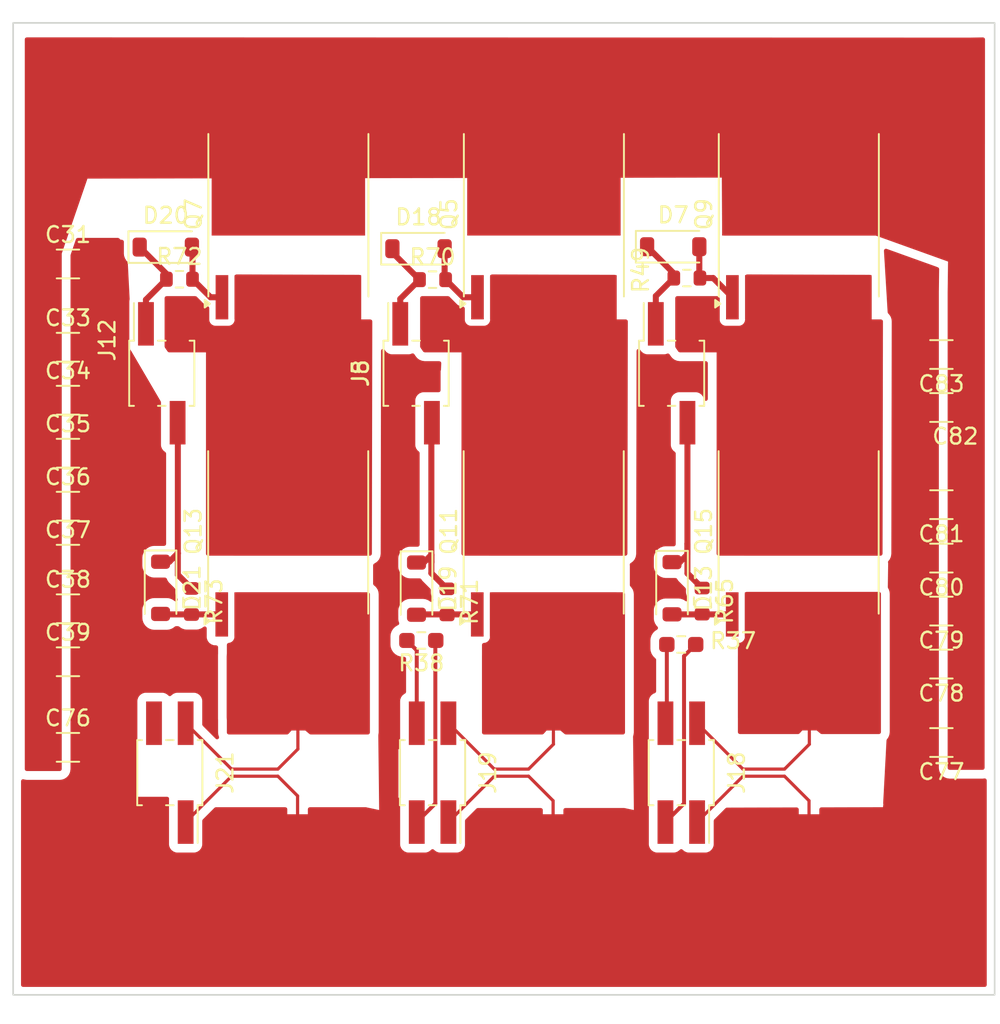
<source format=kicad_pcb>
(kicad_pcb (version 20240108) (generator "pcbnew") (generator_version "8.0")
  (layers (0 "F.Cu" signal) (1 "In1.Cu" signal) (2 "In2.Cu" signal) (31 "B.Cu" signal) (34 "B.Paste" user) (35 "F.Paste" user) (36 "B.SilkS" user "B.Silkscreen") (37 "F.SilkS" user "F.Silkscreen") (38 "B.Mask" user) (39 "F.Mask" user) (44 "Edge.Cuts" user))
  (net 0 "")
  (net 1 "+3V3")
  (net 2 "in_2_-")
  (net 3 "in_3_-")
  (net 4 "in_1_-")
  (net 5 "in_1_+")
  (net 6 "+BATT")
  (net 7 "/Fet/TEMP")
  (net 8 "/Fet/TEMP1")
  (net 9 "/Fet/GAT")
  (net 10 "Net-(D7-A)")
  (net 11 "/Fet/GAB")
  (net 12 "Net-(D13-A)")
  (net 13 "/Fet/GBT")
  (net 14 "Net-(D18-A)")
  (net 15 "/Fet/GBB")
  (net 16 "Net-(D19-A)")
  (net 17 "/Fet/GCT")
  (net 18 "Net-(D20-A)")
  (net 19 "/Fet/GCB")
  (net 20 "Net-(D21-A)")
  (net 21 "/Fet/PHASE_A")
  (net 22 "/Fet/PHASE_B")
  (net 23 "/Fet/PHASE_C")
  (net 24 "in_2_+")
  (net 25 "GND")
  (net 26 "in_3_+")
  (footprint "Capacitor_SMD:C_1206_3216Metric_Pad1.33x1.80mm_HandSolder" (layer "F.Cu") (at 100.568281 101.3206)
    (property "Reference" "C76" (at 0 -1.85 0) (layer "F.SilkS"))
    (property "Value" "C")
    (pad "1" smd roundrect (at -1.5625 0) (size 1.325 1.8) (layers "F.Cu" "F.Paste" "F.Mask") (roundrect_rratio 0.188679) (net 6 "+BATT"))
    (pad "2" smd roundrect (at 1.5625 0) (size 1.325 1.8) (layers "F.Cu" "F.Paste" "F.Mask") (roundrect_rratio 0.188679) (net 25 "GND"))
  )
  (footprint "Resistor_SMD:R_0603_1608Metric_Pad0.98x0.95mm_HandSolder" (layer "F.Cu") (at 122.907981 94.563921 180)
    (property "Reference" "R38" (at 0 -1.43 180) (layer "F.SilkS"))
    (property "Value" "10k_NTC")
    (pad "1" smd roundrect (at -0.9125 0 180) (size 0.975 0.95) (layers "F.Cu" "F.Paste" "F.Mask") (net 1 "+3V3"))
    (pad "2" smd roundrect (at 0.9125 0 180) (size 0.975 0.95) (layers "F.Cu" "F.Paste" "F.Mask") (net 8 "/Fet/TEMP1"))
  )
  (footprint "Connector_PinSocket_2.00mm:PinSocket_2x02_P2.00mm_Vertical_SMD" (layer "F.Cu") (at 139.341781 102.920521 -90)
    (property "Reference" "J18" (at 0 -3.5 90) (layer "F.SilkS"))
    (property "Value" "Conn_01x04_Pin")
    (pad "1" smd rect (at 3.125 -1 270) (size 2.75 1) (layers "F.Cu" "F.Paste" "F.Mask") (net 5 "in_1_+"))
    (pad "2" smd rect (at -3.125 -1 270) (size 2.75 1) (layers "F.Cu" "F.Paste" "F.Mask") (net 4 "in_1_-"))
    (pad "3" smd rect (at 3.125 1 270) (size 2.75 1) (layers "F.Cu" "F.Paste" "F.Mask") (net 7 "/Fet/TEMP"))
    (pad "4" smd rect (at -3.125 1 270) (size 2.75 1) (layers "F.Cu" "F.Paste" "F.Mask") (net 1 "+3V3"))
  )
  (footprint "Capacitor_SMD:C_1206_3216Metric_Pad1.33x1.80mm_HandSolder" (layer "F.Cu") (at 100.568281 92.5604)
    (property "Reference" "C38" (at 0 -1.85 0) (layer "F.SilkS"))
    (property "Value" "C")
    (pad "1" smd roundrect (at -1.5625 0) (size 1.325 1.8) (layers "F.Cu" "F.Paste" "F.Mask") (roundrect_rratio 0.188679) (net 6 "+BATT"))
    (pad "2" smd roundrect (at 1.5625 0) (size 1.325 1.8) (layers "F.Cu" "F.Paste" "F.Mask") (roundrect_rratio 0.188679) (net 25 "GND"))
  )
  (footprint "toooool:5930-res" (layer "F.Cu") (at 115.084781 102.920521)
    (property "Reference" "R14" (hide yes))
    (property "Value" "r")
    (pad "1" smd roundrect (at 0.02 -5.42) (size 9 5.5) (layers "F.Cu" "F.Paste" "F.Mask") (roundrect_rratio 0.15) (net 3 "in_3_-"))
    (pad "2" smd roundrect (at 0 5.38) (size 9 5.5) (layers "F.Cu" "F.Paste" "F.Mask") (roundrect_rratio 0.15) (net 25 "GND"))
  )
  (footprint "Capacitor_SMD:C_1206_3216Metric_Pad1.33x1.80mm_HandSolder" (layer "F.Cu") (at 100.568281 89.4278)
    (property "Reference" "C37" (at 0 -1.85 0) (layer "F.SilkS"))
    (property "Value" "C")
    (pad "1" smd roundrect (at -1.5625 0) (size 1.325 1.8) (layers "F.Cu" "F.Paste" "F.Mask") (roundrect_rratio 0.188679) (net 6 "+BATT"))
    (pad "2" smd roundrect (at 1.5625 0) (size 1.325 1.8) (layers "F.Cu" "F.Paste" "F.Mask") (roundrect_rratio 0.188679) (net 25 "GND"))
  )
  (footprint "toooool:Infineon_PG-HSOF-8-1" (layer "F.Cu") (at 114.491581 87.667521 90)
    (property "Reference" "Q13" (at 0 -6 -90) (layer "F.SilkS"))
    (property "Value" "NCEP028N12LL")
    (pad "1" smd rect (at -5.25 -4.2 90) (size 2.8 0.8) (layers "F.Cu" "F.Mask") (net 20 "Net-(D21-A)"))
    (pad "2" smd custom (at 3.8 0 90) (size 2.9 8.7) (layers "F.Cu" "F.Mask") (net 23 "/Fet/PHASE_C") (options (clearance outline) (anchor rect)) (primitives (gr_poly (pts (xy 2.85 5.05) (xy 1.45 5.05) (xy 1.45 -5.05) (xy 2.85 -5.05)) (width 0) (fill yes)) (gr_poly (pts (xy -1.45 4.85) (xy -5.15 4.85) (xy -5.15 -4.85) (xy -1.45 -4.85)) (width 0) (fill yes))))
    (pad "3" smd custom (at -4.25 0.6 90) (size 0.8 8) (layers "F.Cu" "F.Mask") (net 3 "in_3_-") (options (clearance outline) (anchor rect)) (primitives (gr_poly (pts (xy -0.4 -3.2) (xy -2.4 -3.2) (xy -2.4 -4) (xy -0.4 -4)) (width 0) (fill yes)) (gr_poly (pts (xy -0.4 -2) (xy -2.4 -2) (xy -2.4 -2.8) (xy -0.4 -2.8)) (width 0) (fill yes)) (gr_poly (pts (xy -0.4 -0.8) (xy -2.4 -0.8) (xy -2.4 -1.6) (xy -0.4 -1.6)) (width 0) (fill yes)) (gr_poly (pts (xy -0.4 0.4) (xy -2.4 0.4) (xy -2.4 -0.4) (xy -0.4 -0.4)) (width 0) (fill yes)) (gr_poly (pts (xy -0.4 1.6) (xy -2.4 1.6) (xy -2.4 0.8) (xy -0.4 0.8)) (width 0) (fill yes)) (gr_poly (pts (xy -0.4 2.8) (xy -2.4 2.8) (xy -2.4 2) (xy -0.4 2)) (width 0) (fill yes)) (gr_poly (pts (xy -0.4 4) (xy -2.4 4) (xy -2.4 3.2) (xy -0.4 3.2)) (width 0) (fill yes))))
  )
  (footprint "Diode_SMD:D_SOD-123" (layer "F.Cu") (at 138.833781 69.671921)
    (property "Reference" "D7" (at 0 -2 0) (layer "F.SilkS"))
    (property "Value" "1N4148W")
    (pad "1" smd roundrect (at -1.65 0) (size 0.9 1.2) (layers "F.Cu" "F.Paste" "F.Mask") (net 9 "/Fet/GAT"))
    (pad "2" smd roundrect (at 1.65 0) (size 0.9 1.2) (layers "F.Cu" "F.Paste" "F.Mask") (net 10 "Net-(D7-A)"))
  )
  (footprint "Capacitor_SMD:C_1206_3216Metric_Pad1.33x1.80mm_HandSolder" (layer "F.Cu") (at 155.788681 76.487521 180)
    (property "Reference" "C83" (at 0 -1.85 180) (layer "F.SilkS"))
    (property "Value" "C")
    (pad "1" smd roundrect (at -1.5625 0 180) (size 1.325 1.8) (layers "F.Cu" "F.Paste" "F.Mask") (roundrect_rratio 0.188679) (net 6 "+BATT"))
    (pad "2" smd roundrect (at 1.5625 0 180) (size 1.325 1.8) (layers "F.Cu" "F.Paste" "F.Mask") (roundrect_rratio 0.188679) (net 25 "GND"))
  )
  (footprint "Resistor_SMD:R_0603_1608Metric" (layer "F.Cu") (at 139.697381 71.653121)
    (property "Reference" "R49" (at -2.921 -0.508 90) (layer "F.SilkS"))
    (property "Value" "2r")
    (pad "1" smd roundrect (at -0.825 0) (size 0.8 0.95) (layers "F.Cu" "F.Paste" "F.Mask") (net 9 "/Fet/GAT"))
    (pad "2" smd roundrect (at 0.825 0) (size 0.8 0.95) (layers "F.Cu" "F.Paste" "F.Mask") (net 10 "Net-(D7-A)"))
  )
  (footprint "toooool:Infineon_PG-HSOF-8-1" (layer "F.Cu") (at 146.761981 87.667521 90)
    (property "Reference" "Q15" (at 0 -6 -90) (layer "F.SilkS"))
    (property "Value" "NCEP028N12LL")
    (pad "1" smd rect (at -5.25 -4.2 90) (size 2.8 0.8) (layers "F.Cu" "F.Mask") (net 12 "Net-(D13-A)"))
    (pad "2" smd custom (at 3.8 0 90) (size 2.9 8.7) (layers "F.Cu" "F.Mask") (net 21 "/Fet/PHASE_A") (options (clearance outline) (anchor rect)) (primitives (gr_poly (pts (xy 2.85 5.05) (xy 1.45 5.05) (xy 1.45 -5.05) (xy 2.85 -5.05)) (width 0) (fill yes)) (gr_poly (pts (xy -1.45 4.85) (xy -5.15 4.85) (xy -5.15 -4.85) (xy -1.45 -4.85)) (width 0) (fill yes))))
    (pad "3" smd custom (at -4.25 0.6 90) (size 0.8 8) (layers "F.Cu" "F.Mask") (net 4 "in_1_-") (options (clearance outline) (anchor rect)) (primitives (gr_poly (pts (xy -0.4 -3.2) (xy -2.4 -3.2) (xy -2.4 -4) (xy -0.4 -4)) (width 0) (fill yes)) (gr_poly (pts (xy -0.4 -2) (xy -2.4 -2) (xy -2.4 -2.8) (xy -0.4 -2.8)) (width 0) (fill yes)) (gr_poly (pts (xy -0.4 -0.8) (xy -2.4 -0.8) (xy -2.4 -1.6) (xy -0.4 -1.6)) (width 0) (fill yes)) (gr_poly (pts (xy -0.4 0.4) (xy -2.4 0.4) (xy -2.4 -0.4) (xy -0.4 -0.4)) (width 0) (fill yes)) (gr_poly (pts (xy -0.4 1.6) (xy -2.4 1.6) (xy -2.4 0.8) (xy -0.4 0.8)) (width 0) (fill yes)) (gr_poly (pts (xy -0.4 2.8) (xy -2.4 2.8) (xy -2.4 2) (xy -0.4 2)) (width 0) (fill yes)) (gr_poly (pts (xy -0.4 4) (xy -2.4 4) (xy -2.4 3.2) (xy -0.4 3.2)) (width 0) (fill yes))))
  )
  (footprint "Diode_SMD:D_SOD-123" (layer "F.Cu") (at 138.757581 91.261921 -90)
    (property "Reference" "D13" (at 0 -2 90) (layer "F.SilkS"))
    (property "Value" "1N4148W")
    (pad "1" smd roundrect (at -1.65 0 270) (size 0.9 1.2) (layers "F.Cu" "F.Paste" "F.Mask") (net 11 "/Fet/GAB"))
    (pad "2" smd roundrect (at 1.65 0 270) (size 0.9 1.2) (layers "F.Cu" "F.Paste" "F.Mask") (net 12 "Net-(D13-A)"))
  )
  (footprint "Connector_PinSocket_2.00mm:PinSocket_2x02_P2.00mm_Vertical_SMD" (layer "F.Cu") (at 138.732181 77.672921 90)
    (property "Reference" "J5" (at 0 -19.6798 -90) (layer "F.SilkS"))
    (property "Value" "Conn_01x03_Pin")
    (pad "1" smd rect (at 3.125 -1 90) (size 2.75 1) (layers "F.Cu" "F.Paste" "F.Mask") (net 9 "/Fet/GAT"))
    (pad "2" smd rect (at -3.125 -1 90) (size 2.75 1) (layers "F.Cu" "F.Paste" "F.Mask") (net 25 "GND"))
    (pad "3" smd rect (at 3.125 1 90) (size 2.75 1) (layers "F.Cu" "F.Paste" "F.Mask") (net 21 "/Fet/PHASE_A"))
    (pad "4" smd rect (at -3.125 1 90) (size 2.75 1) (layers "F.Cu" "F.Paste" "F.Mask") (net 11 "/Fet/GAB"))
  )
  (footprint "Capacitor_SMD:C_1206_3216Metric_Pad1.33x1.80mm_HandSolder" (layer "F.Cu") (at 155.787881 96.0572 180)
    (property "Reference" "C78" (at 0 -1.85 180) (layer "F.SilkS"))
    (property "Value" "C")
    (pad "1" smd roundrect (at -1.5625 0 180) (size 1.325 1.8) (layers "F.Cu" "F.Paste" "F.Mask") (roundrect_rratio 0.188679) (net 6 "+BATT"))
    (pad "2" smd roundrect (at 1.5625 0 180) (size 1.325 1.8) (layers "F.Cu" "F.Paste" "F.Mask") (roundrect_rratio 0.188679) (net 25 "GND"))
  )
  (footprint "Capacitor_SMD:C_1206_3216Metric_Pad1.33x1.80mm_HandSolder" (layer "F.Cu") (at 155.787881 89.3572 180)
    (property "Reference" "C80" (at 0 -1.85 180) (layer "F.SilkS"))
    (property "Value" "C")
    (pad "1" smd roundrect (at -1.5625 0 180) (size 1.325 1.8) (layers "F.Cu" "F.Paste" "F.Mask") (roundrect_rratio 0.188679) (net 6 "+BATT"))
    (pad "2" smd roundrect (at 1.5625 0 180) (size 1.325 1.8) (layers "F.Cu" "F.Paste" "F.Mask") (roundrect_rratio 0.188679) (net 25 "GND"))
  )
  (footprint "Resistor_SMD:R_0603_1608Metric" (layer "F.Cu") (at 123.619181 71.754721)
    (property "Reference" "R70" (at 0 -1.43 0) (layer "F.SilkS"))
    (property "Value" "2r")
    (pad "1" smd roundrect (at -0.825 0) (size 0.8 0.95) (layers "F.Cu" "F.Paste" "F.Mask") (net 13 "/Fet/GBT"))
    (pad "2" smd roundrect (at 0.825 0) (size 0.8 0.95) (layers "F.Cu" "F.Paste" "F.Mask") (net 14 "Net-(D18-A)"))
  )
  (footprint "Connector_PinSocket_2.00mm:PinSocket_2x02_P2.00mm_Vertical_SMD" (layer "F.Cu") (at 106.499581 77.672921 90)
    (property "Reference" "J12" (at 2.094 -3.4492 -90) (layer "F.SilkS"))
    (property "Value" "Conn_01x0_Pin")
    (pad "1" smd rect (at 3.125 -1 90) (size 2.75 1) (layers "F.Cu" "F.Paste" "F.Mask") (net 17 "/Fet/GCT"))
    (pad "2" smd rect (at -3.125 -1 90) (size 2.75 1) (layers "F.Cu" "F.Paste" "F.Mask") (net 25 "GND"))
    (pad "3" smd rect (at 3.125 1 90) (size 2.75 1) (layers "F.Cu" "F.Paste" "F.Mask") (net 23 "/Fet/PHASE_C"))
    (pad "4" smd rect (at -3.125 1 90) (size 2.75 1) (layers "F.Cu" "F.Paste" "F.Mask") (net 19 "/Fet/GCB"))
  )
  (footprint "Capacitor_SMD:C_1206_3216Metric_Pad1.33x1.80mm_HandSolder" (layer "F.Cu") (at 155.788681 79.837521 180)
    (property "Reference" "C82" (at -0.878519 -1.823479 180) (layer "F.SilkS"))
    (property "Value" "C")
    (pad "1" smd roundrect (at -1.5625 0 180) (size 1.325 1.8) (layers "F.Cu" "F.Paste" "F.Mask") (roundrect_rratio 0.188679) (net 6 "+BATT"))
    (pad "2" smd roundrect (at 1.5625 0 180) (size 1.325 1.8) (layers "F.Cu" "F.Paste" "F.Mask") (roundrect_rratio 0.188679) (net 25 "GND"))
  )
  (footprint "Diode_SMD:D_SOD-123" (layer "F.Cu") (at 106.423381 91.236521 -90)
    (property "Reference" "D21" (at 0 -2 90) (layer "F.SilkS"))
    (property "Value" "1N4148W")
    (pad "1" smd roundrect (at -1.65 0 270) (size 0.9 1.2) (layers "F.Cu" "F.Paste" "F.Mask") (net 19 "/Fet/GCB"))
    (pad "2" smd roundrect (at 1.65 0 270) (size 0.9 1.2) (layers "F.Cu" "F.Paste" "F.Mask") (net 20 "Net-(D21-A)"))
  )
  (footprint "Resistor_SMD:R_0603_1608Metric" (layer "F.Cu") (at 107.617181 71.729321)
    (property "Reference" "R72" (at 0 -1.43 0) (layer "F.SilkS"))
    (property "Value" "2r")
    (pad "1" smd roundrect (at -0.825 0) (size 0.8 0.95) (layers "F.Cu" "F.Paste" "F.Mask") (net 17 "/Fet/GCT"))
    (pad "2" smd roundrect (at 0.825 0) (size 0.8 0.95) (layers "F.Cu" "F.Paste" "F.Mask") (net 18 "Net-(D20-A)"))
  )
  (footprint "toooool:Infineon_PG-HSOF-8-1" (layer "F.Cu") (at 146.773781 67.617521 90)
    (property "Reference" "Q9" (at 0 -6 -90) (layer "F.SilkS"))
    (property "Value" "NCEP028N12LL")
    (pad "1" smd rect (at -5.25 -4.2 90) (size 2.8 0.8) (layers "F.Cu" "F.Mask") (net 10 "Net-(D7-A)"))
    (pad "2" smd custom (at 3.8 0 90) (size 2.9 8.7) (layers "F.Cu" "F.Mask") (net 6 "+BATT") (options (clearance outline) (anchor rect)) (primitives (gr_poly (pts (xy 2.85 5.05) (xy 1.45 5.05) (xy 1.45 -5.05) (xy 2.85 -5.05)) (width 0) (fill yes)) (gr_poly (pts (xy -1.45 4.85) (xy -5.15 4.85) (xy -5.15 -4.85) (xy -1.45 -4.85)) (width 0) (fill yes))))
    (pad "3" smd custom (at -4.25 0.6 90) (size 0.8 8) (layers "F.Cu" "F.Mask") (net 21 "/Fet/PHASE_A") (options (clearance outline) (anchor rect)) (primitives (gr_poly (pts (xy -0.4 -3.2) (xy -2.4 -3.2) (xy -2.4 -4) (xy -0.4 -4)) (width 0) (fill yes)) (gr_poly (pts (xy -0.4 -2) (xy -2.4 -2) (xy -2.4 -2.8) (xy -0.4 -2.8)) (width 0) (fill yes)) (gr_poly (pts (xy -0.4 -0.8) (xy -2.4 -0.8) (xy -2.4 -1.6) (xy -0.4 -1.6)) (width 0) (fill yes)) (gr_poly (pts (xy -0.4 0.4) (xy -2.4 0.4) (xy -2.4 -0.4) (xy -0.4 -0.4)) (width 0) (fill yes)) (gr_poly (pts (xy -0.4 1.6) (xy -2.4 1.6) (xy -2.4 0.8) (xy -0.4 0.8)) (width 0) (fill yes)) (gr_poly (pts (xy -0.4 2.8) (xy -2.4 2.8) (xy -2.4 2) (xy -0.4 2)) (width 0) (fill yes)) (gr_poly (pts (xy -0.4 4) (xy -2.4 4) (xy -2.4 3.2) (xy -0.4 3.2)) (width 0) (fill yes))))
  )
  (footprint "Capacitor_SMD:C_1206_3216Metric_Pad1.33x1.80mm_HandSolder" (layer "F.Cu") (at 100.568281 82.7278)
    (property "Reference" "C35" (at 0 -1.85 0) (layer "F.SilkS"))
    (property "Value" "C")
    (pad "1" smd roundrect (at -1.5625 0) (size 1.325 1.8) (layers "F.Cu" "F.Paste" "F.Mask") (roundrect_rratio 0.188679) (net 6 "+BATT"))
    (pad "2" smd roundrect (at 1.5625 0) (size 1.325 1.8) (layers "F.Cu" "F.Paste" "F.Mask") (roundrect_rratio 0.188679) (net 25 "GND"))
  )
  (footprint "toooool:5930-res" (layer "F.Cu") (at 131.239181 102.920521)
    (property "Reference" "R13" (hide yes))
    (property "Value" "r")
    (pad "1" smd roundrect (at 0.02 -5.42) (size 9 5.5) (layers "F.Cu" "F.Paste" "F.Mask") (roundrect_rratio 0.15) (net 2 "in_2_-"))
    (pad "2" smd roundrect (at 0 5.38) (size 9 5.5) (layers "F.Cu" "F.Paste" "F.Mask") (roundrect_rratio 0.15) (net 25 "GND"))
  )
  (footprint "Resistor_SMD:R_0603_1608Metric" (layer "F.Cu") (at 108.379181 92.100121 -90)
    (property "Reference" "R73" (at 0 -1.43 90) (layer "F.SilkS"))
    (property "Value" "2r")
    (pad "1" smd roundrect (at -0.825 0 270) (size 0.8 0.95) (layers "F.Cu" "F.Paste" "F.Mask") (net 19 "/Fet/GCB"))
    (pad "2" smd roundrect (at 0.825 0 270) (size 0.8 0.95) (layers "F.Cu" "F.Paste" "F.Mask") (net 20 "Net-(D21-A)"))
  )
  (footprint "Connector_PinSocket_2.00mm:PinSocket_2x02_P2.00mm_Vertical_SMD" (layer "F.Cu") (at 122.577781 77.672921 90)
    (property "Reference" "J8" (at 0 -3.5 90) (layer "F.SilkS"))
    (property "Value" "Conn_01x03_Pin")
    (pad "1" smd rect (at 3.125 -1 90) (size 2.75 1) (layers "F.Cu" "F.Paste" "F.Mask") (net 13 "/Fet/GBT"))
    (pad "2" smd rect (at -3.125 -1 90) (size 2.75 1) (layers "F.Cu" "F.Paste" "F.Mask") (net 25 "GND"))
    (pad "3" smd rect (at 3.125 1 90) (size 2.75 1) (layers "F.Cu" "F.Paste" "F.Mask") (net 22 "/Fet/PHASE_B"))
    (pad "4" smd rect (at -3.125 1 90) (size 2.75 1) (layers "F.Cu" "F.Paste" "F.Mask") (net 15 "/Fet/GBB"))
  )
  (footprint "toooool:Infineon_PG-HSOF-8-1" (layer "F.Cu") (at 130.657781 67.617521 90)
    (property "Reference" "Q5" (at 0 -6 -90) (layer "F.SilkS"))
    (property "Value" "NCEP028N12LL")
    (pad "1" smd rect (at -5.25 -4.2 90) (size 2.8 0.8) (layers "F.Cu" "F.Mask") (net 14 "Net-(D18-A)"))
    (pad "2" smd custom (at 3.8 0 90) (size 2.9 8.7) (layers "F.Cu" "F.Mask") (net 6 "+BATT") (options (clearance outline) (anchor rect)) (primitives (gr_poly (pts (xy 2.85 5.05) (xy 1.45 5.05) (xy 1.45 -5.05) (xy 2.85 -5.05)) (width 0) (fill yes)) (gr_poly (pts (xy -1.45 4.85) (xy -5.15 4.85) (xy -5.15 -4.85) (xy -1.45 -4.85)) (width 0) (fill yes))))
    (pad "3" smd custom (at -4.25 0.6 90) (size 0.8 8) (layers "F.Cu" "F.Mask") (net 22 "/Fet/PHASE_B") (options (clearance outline) (anchor rect)) (primitives (gr_poly (pts (xy -0.4 -3.2) (xy -2.4 -3.2) (xy -2.4 -4) (xy -0.4 -4)) (width 0) (fill yes)) (gr_poly (pts (xy -0.4 -2) (xy -2.4 -2) (xy -2.4 -2.8) (xy -0.4 -2.8)) (width 0) (fill yes)) (gr_poly (pts (xy -0.4 -0.8) (xy -2.4 -0.8) (xy -2.4 -1.6) (xy -0.4 -1.6)) (width 0) (fill yes)) (gr_poly (pts (xy -0.4 0.4) (xy -2.4 0.4) (xy -2.4 -0.4) (xy -0.4 -0.4)) (width 0) (fill yes)) (gr_poly (pts (xy -0.4 1.6) (xy -2.4 1.6) (xy -2.4 0.8) (xy -0.4 0.8)) (width 0) (fill yes)) (gr_poly (pts (xy -0.4 2.8) (xy -2.4 2.8) (xy -2.4 2) (xy -0.4 2)) (width 0) (fill yes)) (gr_poly (pts (xy -0.4 4) (xy -2.4 4) (xy -2.4 3.2) (xy -0.4 3.2)) (width 0) (fill yes))))
  )
  (footprint "Capacitor_SMD:C_1206_3216Metric_Pad1.33x1.80mm_HandSolder" (layer "F.Cu") (at 100.568281 70.7644)
    (property "Reference" "C31" (at 0 -1.85 0) (layer "F.SilkS"))
    (property "Value" "C")
    (pad "1" smd roundrect (at -1.5625 0) (size 1.325 1.8) (layers "F.Cu" "F.Paste" "F.Mask") (roundrect_rratio 0.188679) (net 6 "+BATT"))
    (pad "2" smd roundrect (at 1.5625 0) (size 1.325 1.8) (layers "F.Cu" "F.Paste" "F.Mask") (roundrect_rratio 0.188679) (net 25 "GND"))
  )
  (footprint "Capacitor_SMD:C_1206_3216Metric_Pad1.33x1.80mm_HandSolder" (layer "F.Cu") (at 155.787881 101.0158 180)
    (property "Reference" "C77" (at 0 -1.85 180) (layer "F.SilkS"))
    (property "Value" "C")
    (pad "1" smd roundrect (at -1.5625 0 180) (size 1.325 1.8) (layers "F.Cu" "F.Paste" "F.Mask") (roundrect_rratio 0.188679) (net 6 "+BATT"))
    (pad "2" smd roundrect (at 1.5625 0 180) (size 1.325 1.8) (layers "F.Cu" "F.Paste" "F.Mask") (roundrect_rratio 0.188679) (net 25 "GND"))
  )
  (footprint "toooool:Infineon_PG-HSOF-8-1" (layer "F.Cu") (at 130.645981 87.667521 90)
    (property "Reference" "Q11" (at 0 -6 -90) (layer "F.SilkS"))
    (property "Value" "NCEP028N12LL")
    (pad "1" smd rect (at -5.25 -4.2 90) (size 2.8 0.8) (layers "F.Cu" "F.Mask") (net 16 "Net-(D19-A)"))
    (pad "2" smd custom (at 3.8 0 90) (size 2.9 8.7) (layers "F.Cu" "F.Mask") (net 22 "/Fet/PHASE_B") (options (clearance outline) (anchor rect)) (primitives (gr_poly (pts (xy 2.85 5.05) (xy 1.45 5.05) (xy 1.45 -5.05) (xy 2.85 -5.05)) (width 0) (fill yes)) (gr_poly (pts (xy -1.45 4.85) (xy -5.15 4.85) (xy -5.15 -4.85) (xy -1.45 -4.85)) (width 0) (fill yes))))
    (pad "3" smd custom (at -4.25 0.6 90) (size 0.8 8) (layers "F.Cu" "F.Mask") (net 2 "in_2_-") (options (clearance outline) (anchor rect)) (primitives (gr_poly (pts (xy -0.4 -3.2) (xy -2.4 -3.2) (xy -2.4 -4) (xy -0.4 -4)) (width 0) (fill yes)) (gr_poly (pts (xy -0.4 -2) (xy -2.4 -2) (xy -2.4 -2.8) (xy -0.4 -2.8)) (width 0) (fill yes)) (gr_poly (pts (xy -0.4 -0.8) (xy -2.4 -0.8) (xy -2.4 -1.6) (xy -0.4 -1.6)) (width 0) (fill yes)) (gr_poly (pts (xy -0.4 0.4) (xy -2.4 0.4) (xy -2.4 -0.4) (xy -0.4 -0.4)) (width 0) (fill yes)) (gr_poly (pts (xy -0.4 1.6) (xy -2.4 1.6) (xy -2.4 0.8) (xy -0.4 0.8)) (width 0) (fill yes)) (gr_poly (pts (xy -0.4 2.8) (xy -2.4 2.8) (xy -2.4 2) (xy -0.4 2)) (width 0) (fill yes)) (gr_poly (pts (xy -0.4 4) (xy -2.4 4) (xy -2.4 3.2) (xy -0.4 3.2)) (width 0) (fill yes))))
  )
  (footprint "Connector_PinSocket_2.00mm:PinSocket_2x02_P2.00mm_Vertical_SMD" (layer "F.Cu") (at 107.007581 102.920521 -90)
    (property "Reference" "J21" (at 0 -3.5 90) (layer "F.SilkS"))
    (property "Value" "Conn_01x02_Pin")
    (pad "1" smd rect (at 3.125 -1 270) (size 2.75 1) (layers "F.Cu" "F.Paste" "F.Mask") (net 26 "in_3_+"))
    (pad "2" smd rect (at -3.125 -1 270) (size 2.75 1) (layers "F.Cu" "F.Paste" "F.Mask") (net 3 "in_3_-"))
    (pad "3" smd rect (at 3.125 1 270) (size 2.75 1) (layers "F.Cu" "F.Paste" "F.Mask") (net 25 "GND"))
    (pad "4" smd rect (at -3.125 1 270) (size 2.75 1) (layers "F.Cu" "F.Paste" "F.Mask") (net 6 "+BATT"))
  )
  (footprint "Capacitor_SMD:C_1206_3216Metric_Pad1.33x1.80mm_HandSolder" (layer "F.Cu") (at 100.568281 86.0778)
    (property "Reference" "C36" (at 0 -1.85 0) (layer "F.SilkS"))
    (property "Value" "C")
    (pad "1" smd roundrect (at -1.5625 0) (size 1.325 1.8) (layers "F.Cu" "F.Paste" "F.Mask") (roundrect_rratio 0.188679) (net 6 "+BATT"))
    (pad "2" smd roundrect (at 1.5625 0) (size 1.325 1.8) (layers "F.Cu" "F.Paste" "F.Mask") (roundrect_rratio 0.188679) (net 25 "GND"))
  )
  (footprint "Capacitor_SMD:C_1206_3216Metric_Pad1.33x1.80mm_HandSolder" (layer "F.Cu") (at 100.568281 79.3778)
    (property "Reference" "C34" (at 0 -1.85 0) (layer "F.SilkS"))
    (property "Value" "C")
    (pad "1" smd roundrect (at -1.5625 0) (size 1.325 1.8) (layers "F.Cu" "F.Paste" "F.Mask") (roundrect_rratio 0.188679) (net 6 "+BATT"))
    (pad "2" smd roundrect (at 1.5625 0) (size 1.325 1.8) (layers "F.Cu" "F.Paste" "F.Mask") (roundrect_rratio 0.188679) (net 25 "GND"))
  )
  (footprint "Capacitor_SMD:C_1206_3216Metric_Pad1.33x1.80mm_HandSolder" (layer "F.Cu") (at 155.787881 92.7072 180)
    (property "Reference" "C79" (at 0 -1.85 180) (layer "F.SilkS"))
    (property "Value" "C")
    (pad "1" smd roundrect (at -1.5625 0 180) (size 1.325 1.8) (layers "F.Cu" "F.Paste" "F.Mask") (roundrect_rratio 0.188679) (net 6 "+BATT"))
    (pad "2" smd roundrect (at 1.5625 0 180) (size 1.325 1.8) (layers "F.Cu" "F.Paste" "F.Mask") (roundrect_rratio 0.188679) (net 25 "GND"))
  )
  (footprint "Resistor_SMD:R_0603_1608Metric" (layer "F.Cu") (at 124.533581 92.125521 -90)
    (property "Reference" "R71" (at 0 -1.43 90) (layer "F.SilkS"))
    (property "Value" "2r")
    (pad "1" smd roundrect (at -0.825 0 270) (size 0.8 0.95) (layers "F.Cu" "F.Paste" "F.Mask") (net 15 "/Fet/GBB"))
    (pad "2" smd roundrect (at 0.825 0 270) (size 0.8 0.95) (layers "F.Cu" "F.Paste" "F.Mask") (net 16 "Net-(D19-A)"))
  )
  (footprint "Connector_PinSocket_2.00mm:PinSocket_2x02_P2.00mm_Vertical_SMD" (layer "F.Cu") (at 123.619181 102.920521 -90)
    (property "Reference" "J19" (at 0 -3.5 90) (layer "F.SilkS"))
    (property "Value" "Conn_01x02_Pin")
    (pad "1" smd rect (at 3.125 -1 270) (size 2.75 1) (layers "F.Cu" "F.Paste" "F.Mask") (net 24 "in_2_+"))
    (pad "2" smd rect (at -3.125 -1 270) (size 2.75 1) (layers "F.Cu" "F.Paste" "F.Mask") (net 2 "in_2_-"))
    (pad "3" smd rect (at 3.125 1 270) (size 2.75 1) (layers "F.Cu" "F.Paste" "F.Mask") (net 1 "+3V3"))
    (pad "4" smd rect (at -3.125 1 270) (size 2.75 1) (layers "F.Cu" "F.Paste" "F.Mask") (net 8 "/Fet/TEMP1"))
  )
  (footprint "toooool:5930-res" (layer "F.Cu") (at 147.418981 102.920521)
    (property "Reference" "R15" (hide yes))
    (property "Value" "r")
    (pad "1" smd roundrect (at 0.02 -5.42) (size 9 5.5) (layers "F.Cu" "F.Paste" "F.Mask") (roundrect_rratio 0.15) (net 4 "in_1_-"))
    (pad "2" smd roundrect (at 0 5.38) (size 9 5.5) (layers "F.Cu" "F.Paste" "F.Mask") (roundrect_rratio 0.15) (net 25 "GND"))
  )
  (footprint "Capacitor_SMD:C_1206_3216Metric_Pad1.33x1.80mm_HandSolder" (layer "F.Cu") (at 155.788681 85.979 180)
    (property "Reference" "C81" (at 0 -1.85 180) (layer "F.SilkS"))
    (property "Value" "C")
    (pad "1" smd roundrect (at -1.5625 0 180) (size 1.325 1.8) (layers "F.Cu" "F.Paste" "F.Mask") (roundrect_rratio 0.188679) (net 6 "+BATT"))
    (pad "2" smd roundrect (at 1.5625 0 180) (size 1.325 1.8) (layers "F.Cu" "F.Paste" "F.Mask") (roundrect_rratio 0.188679) (net 25 "GND"))
  )
  (footprint "Resistor_SMD:R_0603_1608Metric_Pad0.98x0.95mm_HandSolder" (layer "F.Cu") (at 139.341781 94.817921)
    (property "Reference" "R37" (at 3.2766 -0.2286 0) (layer "F.SilkS"))
    (property "Value" "10k_NTC")
    (pad "1" smd roundrect (at -0.9125 0) (size 0.975 0.95) (layers "F.Cu" "F.Paste" "F.Mask") (net 1 "+3V3"))
    (pad "2" smd roundrect (at 0.9125 0) (size 0.975 0.95) (layers "F.Cu" "F.Paste" "F.Mask") (net 7 "/Fet/TEMP"))
  )
  (footprint "Resistor_SMD:R_0603_1608Metric" (layer "F.Cu") (at 140.662581 92.074721 -90)
    (property "Reference" "R65" (at 0 -1.43 90) (layer "F.SilkS"))
    (property "Value" "2r")
    (pad "1" smd roundrect (at -0.825 0 270) (size 0.8 0.95) (layers "F.Cu" "F.Paste" "F.Mask") (net 11 "/Fet/GAB"))
    (pad "2" smd roundrect (at 0.825 0 270) (size 0.8 0.95) (layers "F.Cu" "F.Paste" "F.Mask") (net 12 "Net-(D13-A)"))
  )
  (footprint "toooool:Infineon_PG-HSOF-8-1" (layer "F.Cu") (at 114.503381 67.617521 90)
    (property "Reference" "Q7" (at 0 -6 -90) (layer "F.SilkS"))
    (property "Value" "NCEP028N12LL")
    (pad "1" smd rect (at -5.25 -4.2 90) (size 2.8 0.8) (layers "F.Cu" "F.Mask") (net 18 "Net-(D20-A)"))
    (pad "2" smd custom (at 3.8 0 90) (size 2.9 8.7) (layers "F.Cu" "F.Mask") (net 6 "+BATT") (options (clearance outline) (anchor rect)) (primitives (gr_poly (pts (xy 2.85 5.05) (xy 1.45 5.05) (xy 1.45 -5.05) (xy 2.85 -5.05)) (width 0) (fill yes)) (gr_poly (pts (xy -1.45 4.85) (xy -5.15 4.85) (xy -5.15 -4.85) (xy -1.45 -4.85)) (width 0) (fill yes))))
    (pad "3" smd custom (at -4.25 0.6 90) (size 0.8 8) (layers "F.Cu" "F.Mask") (net 23 "/Fet/PHASE_C") (options (clearance outline) (anchor rect)) (primitives (gr_poly (pts (xy -0.4 -3.2) (xy -2.4 -3.2) (xy -2.4 -4) (xy -0.4 -4)) (width 0) (fill yes)) (gr_poly (pts (xy -0.4 -2) (xy -2.4 -2) (xy -2.4 -2.8) (xy -0.4 -2.8)) (width 0) (fill yes)) (gr_poly (pts (xy -0.4 -0.8) (xy -2.4 -0.8) (xy -2.4 -1.6) (xy -0.4 -1.6)) (width 0) (fill yes)) (gr_poly (pts (xy -0.4 0.4) (xy -2.4 0.4) (xy -2.4 -0.4) (xy -0.4 -0.4)) (width 0) (fill yes)) (gr_poly (pts (xy -0.4 1.6) (xy -2.4 1.6) (xy -2.4 0.8) (xy -0.4 0.8)) (width 0) (fill yes)) (gr_poly (pts (xy -0.4 2.8) (xy -2.4 2.8) (xy -2.4 2) (xy -0.4 2)) (width 0) (fill yes)) (gr_poly (pts (xy -0.4 4) (xy -2.4 4) (xy -2.4 3.2) (xy -0.4 3.2)) (width 0) (fill yes))))
  )
  (footprint "Capacitor_SMD:C_1206_3216Metric_Pad1.33x1.80mm_HandSolder" (layer "F.Cu") (at 100.568281 95.9104)
    (property "Reference" "C39" (at 0 -1.85 0) (layer "F.SilkS"))
    (property "Value" "C")
    (pad "1" smd roundrect (at -1.5625 0) (size 1.325 1.8) (layers "F.Cu" "F.Paste" "F.Mask") (roundrect_rratio 0.188679) (net 6 "+BATT"))
    (pad "2" smd roundrect (at 1.5625 0) (size 1.325 1.8) (layers "F.Cu" "F.Paste" "F.Mask") (roundrect_rratio 0.188679) (net 25 "GND"))
  )
  (footprint "Diode_SMD:D_SOD-123" (layer "F.Cu") (at 122.603181 91.287321 -90)
    (property "Reference" "D19" (at 0 -2 90) (layer "F.SilkS"))
    (property "Value" "1N4148W")
    (pad "1" smd roundrect (at -1.65 0 270) (size 0.9 1.2) (layers "F.Cu" "F.Paste" "F.Mask") (net 15 "/Fet/GBB"))
    (pad "2" smd roundrect (at 1.65 0 270) (size 0.9 1.2) (layers "F.Cu" "F.Paste" "F.Mask") (net 16 "Net-(D19-A)"))
  )
  (footprint "Diode_SMD:D_SOD-123" (layer "F.Cu") (at 106.753581 69.697321)
    (property "Reference" "D20" (at 0 -2 0) (layer "F.SilkS"))
    (property "Value" "1N4148W")
    (pad "1" smd roundrect (at -1.65 0) (size 0.9 1.2) (layers "F.Cu" "F.Paste" "F.Mask") (net 17 "/Fet/GCT"))
    (pad "2" smd roundrect (at 1.65 0) (size 0.9 1.2) (layers "F.Cu" "F.Paste" "F.Mask") (net 18 "Net-(D20-A)"))
  )
  (footprint "Diode_SMD:D_SOD-123" (layer "F.Cu") (at 122.730181 69.798921)
    (property "Reference" "D18" (at 0 -2 0) (layer "F.SilkS"))
    (property "Value" "1N4148W")
    (pad "1" smd roundrect (at -1.65 0) (size 0.9 1.2) (layers "F.Cu" "F.Paste" "F.Mask") (net 13 "/Fet/GBT"))
    (pad "2" smd roundrect (at 1.65 0) (size 0.9 1.2) (layers "F.Cu" "F.Paste" "F.Mask") (net 14 "Net-(D18-A)"))
  )
  (footprint "Capacitor_SMD:C_1206_3216Metric_Pad1.33x1.80mm_HandSolder" (layer "F.Cu") (at 100.568281 76.0278)
    (property "Reference" "C33" (at 0 -1.85 0) (layer "F.SilkS"))
    (property "Value" "C")
    (pad "1" smd roundrect (at -1.5625 0) (size 1.325 1.8) (layers "F.Cu" "F.Paste" "F.Mask") (roundrect_rratio 0.188679) (net 6 "+BATT"))
    (pad "2" smd roundrect (at 1.5625 0) (size 1.325 1.8) (layers "F.Cu" "F.Paste" "F.Mask") (roundrect_rratio 0.188679) (net 25 "GND"))
  )
  (gr_rect (start 97.101581 55.524121) (end 159.153781 116.966721) (stroke (width 0.1)) (fill none) (layer "Edge.Cuts"))
  (segment (start 123.794181 104.870521) (end 123.794181 94.590221) (width 0.25) (layer "F.Cu") (net 1))
  (segment (start 123.794181 94.590221) (end 123.820481 94.563921) (width 0.25) (layer "F.Cu") (net 1))
  (segment (start 138.429281 94.817921) (end 138.429281 99.708021) (width 0.25) (layer "F.Cu") (net 1))
  (segment (start 138.429281 99.708021) (end 138.341781 99.795521) (width 0.25) (layer "F.Cu") (net 1))
  (segment (start 122.619181 106.045521) (end 123.794181 104.870521) (width 0.25) (layer "F.Cu") (net 1))
  (segment (start 131.259181 101.126121) (end 131.259181 97.500521) (width 0.2) (layer "F.Cu") (net 2))
  (segment (start 129.689781 102.695521) (end 131.259181 101.126121) (width 0.2) (layer "F.Cu") (net 2))
  (segment (start 124.619181 99.795521) (end 127.519181 102.695521) (width 0.2) (layer "F.Cu") (net 2))
  (segment (start 127.519181 102.695521) (end 129.689781 102.695521) (width 0.2) (layer "F.Cu") (net 2))
  (segment (start 113.840181 102.695521) (end 115.104781 101.430921) (width 0.2) (layer "F.Cu") (net 3))
  (segment (start 108.007581 99.795521) (end 110.907581 102.695521) (width 0.2) (layer "F.Cu") (net 3))
  (segment (start 115.104781 101.430921) (end 115.104781 97.500521) (width 0.2) (layer "F.Cu") (net 3))
  (segment (start 110.907581 102.695521) (end 113.840181 102.695521) (width 0.2) (layer "F.Cu") (net 3))
  (segment (start 143.241781 102.695521) (end 145.869581 102.695521) (width 0.2) (layer "F.Cu") (net 4))
  (segment (start 145.869581 102.695521) (end 147.438981 101.126121) (width 0.2) (layer "F.Cu") (net 4))
  (segment (start 147.438981 101.126121) (end 147.438981 97.500521) (width 0.2) (layer "F.Cu") (net 4))
  (segment (start 140.341781 99.795521) (end 143.241781 102.695521) (width 0.2) (layer "F.Cu") (net 4))
  (segment (start 140.341781 106.045521) (end 143.241781 103.145521) (width 0.2) (layer "F.Cu") (net 5))
  (segment (start 145.869581 103.145521) (end 147.418981 104.694921) (width 0.2) (layer "F.Cu") (net 5))
  (segment (start 143.241781 103.145521) (end 145.869581 103.145521) (width 0.2) (layer "F.Cu") (net 5))
  (segment (start 147.418981 104.694921) (end 147.418981 108.300521) (width 0.2) (layer "F.Cu") (net 5))
  (segment (start 139.516781 95.555421) (end 140.254281 94.817921) (width 0.25) (layer "F.Cu") (net 7))
  (segment (start 139.516781 104.870521) (end 139.516781 95.555421) (width 0.25) (layer "F.Cu") (net 7))
  (segment (start 138.341781 106.045521) (end 139.516781 104.870521) (width 0.25) (layer "F.Cu") (net 7))
  (segment (start 122.619181 95.187621) (end 121.995481 94.563921) (width 0.25) (layer "F.Cu") (net 8))
  (segment (start 122.619181 99.795521) (end 122.619181 95.187621) (width 0.25) (layer "F.Cu") (net 8))
  (segment (start 137.732181 72.793321) (end 138.872381 71.653121) (width 0.381) (layer "F.Cu") (net 9))
  (segment (start 138.872381 71.360521) (end 137.183781 69.671921) (width 0.381) (layer "F.Cu") (net 9))
  (segment (start 137.732181 74.547921) (end 137.732181 72.793321) (width 0.381) (layer "F.Cu") (net 9))
  (segment (start 138.872381 71.653121) (end 138.872381 71.360521) (width 0.381) (layer "F.Cu") (net 9))
  (segment (start 140.483781 69.671921) (end 140.483781 71.614521) (width 0.381) (layer "F.Cu") (net 10))
  (segment (start 140.483781 71.614521) (end 140.522381 71.653121) (width 0.381) (layer "F.Cu") (net 10))
  (segment (start 140.522381 71.653121) (end 141.359381 71.653121) (width 0.381) (layer "F.Cu") (net 10))
  (segment (start 141.359381 71.653121) (end 142.573781 72.867521) (width 0.381) (layer "F.Cu") (net 10))
  (segment (start 139.732181 80.797921) (end 139.732181 88.442521) (width 0.381) (layer "F.Cu") (net 11))
  (segment (start 139.732181 89.128321) (end 139.732181 88.442521) (width 0.381) (layer "F.Cu") (net 11))
  (segment (start 139.248581 89.611921) (end 139.732181 89.128321) (width 0.381) (layer "F.Cu") (net 11))
  (segment (start 139.722781 80.807321) (end 139.732181 80.797921) (width 0.381) (layer "F.Cu") (net 11))
  (segment (start 138.757581 89.611921) (end 139.248581 89.611921) (width 0.381) (layer "F.Cu") (net 11))
  (segment (start 139.732181 90.319321) (end 140.662581 91.249721) (width 0.381) (layer "F.Cu") (net 11))
  (segment (start 139.732181 88.442521) (end 139.732181 90.319321) (width 0.381) (layer "F.Cu") (net 11))
  (segment (start 138.763181 92.917521) (end 138.757581 92.911921) (width 0.381) (layer "F.Cu") (net 12))
  (segment (start 142.561981 92.917521) (end 138.763181 92.917521) (width 0.381) (layer "F.Cu") (net 12))
  (segment (start 121.577781 72.971121) (end 121.577781 74.547921) (width 0.381) (layer "F.Cu") (net 13))
  (segment (start 122.794181 71.754721) (end 121.577781 72.971121) (width 0.381) (layer "F.Cu") (net 13))
  (segment (start 121.080181 69.798921) (end 121.080181 70.040721) (width 0.381) (layer "F.Cu") (net 13))
  (segment (start 121.080181 70.040721) (end 122.794181 71.754721) (width 0.381) (layer "F.Cu") (net 13))
  (segment (start 126.457781 72.867521) (end 125.556981 72.867521) (width 0.381) (layer "F.Cu") (net 14))
  (segment (start 125.556981 72.867521) (end 124.444181 71.754721) (width 0.381) (layer "F.Cu") (net 14))
  (segment (start 124.380181 71.690721) (end 124.444181 71.754721) (width 0.381) (layer "F.Cu") (net 14))
  (segment (start 124.380181 69.798921) (end 124.380181 71.690721) (width 0.381) (layer "F.Cu") (net 14))
  (segment (start 123.542981 89.610921) (end 123.542981 80.832721) (width 0.381) (layer "F.Cu") (net 15))
  (segment (start 123.059381 89.637321) (end 123.542981 89.153721) (width 0.381) (layer "F.Cu") (net 15))
  (segment (start 123.542981 89.153721) (end 123.542981 89.610921) (width 0.381) (layer "F.Cu") (net 15))
  (segment (start 122.603181 89.637321) (end 123.059381 89.637321) (width 0.381) (layer "F.Cu") (net 15))
  (segment (start 123.542981 80.832721) (end 123.577781 80.797921) (width 0.381) (layer "F.Cu") (net 15))
  (segment (start 123.542981 90.309921) (end 123.542981 89.610921) (width 0.381) (layer "F.Cu") (net 15))
  (segment (start 124.533581 91.300521) (end 123.542981 90.309921) (width 0.381) (layer "F.Cu") (net 15))
  (segment (start 122.622981 92.917521) (end 122.603181 92.937321) (width 0.381) (layer "F.Cu") (net 16))
  (segment (start 126.445981 92.917521) (end 122.622981 92.917521) (width 0.381) (layer "F.Cu") (net 16))
  (segment (start 106.792181 71.729321) (end 106.792181 71.385921) (width 0.381) (layer "F.Cu") (net 17))
  (segment (start 106.792181 71.729321) (end 105.499581 73.021921) (width 0.381) (layer "F.Cu") (net 17))
  (segment (start 105.499581 73.021921) (end 105.499581 74.547921) (width 0.381) (layer "F.Cu") (net 17))
  (segment (start 106.792181 71.385921) (end 105.103581 69.697321) (width 0.381) (layer "F.Cu") (net 17))
  (segment (start 108.442181 69.735921) (end 108.403581 69.697321) (width 0.381) (layer "F.Cu") (net 18))
  (segment (start 108.442181 71.729321) (end 108.442181 69.735921) (width 0.381) (layer "F.Cu") (net 18))
  (segment (start 110.303381 72.867521) (end 109.580381 72.867521) (width 0.381) (layer "F.Cu") (net 18))
  (segment (start 109.580381 72.867521) (end 108.442181 71.729321) (width 0.381) (layer "F.Cu") (net 18))
  (segment (start 106.423381 89.586521) (end 106.981181 89.586521) (width 0.381) (layer "F.Cu") (net 19))
  (segment (start 107.515581 80.813921) (end 107.499581 80.797921) (width 0.381) (layer "F.Cu") (net 19))
  (segment (start 107.515581 90.411521) (end 107.515581 89.052121) (width 0.381) (layer "F.Cu") (net 19))
  (segment (start 108.379181 91.275121) (end 107.515581 90.411521) (width 0.381) (layer "F.Cu") (net 19))
  (segment (start 106.981181 89.586521) (end 107.515581 89.052121) (width 0.381) (layer "F.Cu") (net 19))
  (segment (start 107.515581 89.052121) (end 107.515581 80.813921) (width 0.381) (layer "F.Cu") (net 19))
  (segment (start 106.454381 92.917521) (end 106.423381 92.886521) (width 0.381) (layer "F.Cu") (net 20))
  (segment (start 110.291581 92.917521) (end 106.454381 92.917521) (width 0.381) (layer "F.Cu") (net 20))
  (segment (start 129.689781 103.145521) (end 131.239181 104.694921) (width 0.2) (layer "F.Cu") (net 24))
  (segment (start 113.840181 103.145521) (end 115.084781 104.390121) (width 0.2) (layer "F.Cu") (net 24))
  (segment (start 124.619181 106.045521) (end 127.519181 103.145521) (width 0.2) (layer "F.Cu") (net 24))
  (segment (start 131.239181 104.694921) (end 131.239181 108.300521) (width 0.2) (layer "F.Cu") (net 24))
  (segment (start 110.907581 103.145521) (end 113.840181 103.145521) (width 0.2) (layer "F.Cu") (net 24))
  (segment (start 115.084781 104.390121) (end 115.084781 108.300521) (width 0.2) (layer "F.Cu") (net 24))
  (segment (start 108.007581 106.045521) (end 110.907581 103.145521) (width 0.2) (layer "F.Cu") (net 24))
  (segment (start 127.519181 103.145521) (end 129.689781 103.145521) (width 0.2) (layer "F.Cu") (net 24))
  (zone (net 0) (net_name "") (layer "F.Cu") (connect_pads yes (clearance 0)) (min_thickness 0.25)
    (keepout (tracks not_allowed) (vias not_allowed) (pads not_allowed) (copperpour not_allowed) (footprints allowed))
    (fill (thermal_gap 0.5) (thermal_bridge_width 0.5))
    (polygon (pts (xy 124.254181 76.809321) (xy 124.254181 78.104721) (xy 124.127181 78.003121) (xy 124.177981 76.809321)))
  )
  (zone (net 22) (net_name "/Fet/PHASE_B") (layer "F.Cu") (priority 1) (connect_pads yes (clearance 0.4)) (min_thickness 0.25) (fill yes (thermal_gap 0.5) (thermal_bridge_width 0.5))
    (polygon (pts (xy 135.252381 74.269321) (xy 135.252381 71.449921) (xy 127.251381 71.424521) (xy 127.251381 74.269321) (xy 126.057581 74.269321) (xy 126.057581 73.024721) (xy 125.701981 72.796121) (xy 122.831781 72.796121) (xy 122.831781 76.021921) (xy 123.060381 76.352121) (xy 125.447981 76.352121) (xy 125.447981 89.204521) (xy 135.538948 89.205664) (xy 135.607981 89.204521) (xy 135.938181 89.204521) (xy 135.963581 74.269321)))
  )
  (zone (net 23) (net_name "/Fet/PHASE_C") (layer "F.Cu") (priority 1) (connect_pads yes (clearance 0.4)) (min_thickness 0.25) (fill yes (thermal_gap 0.5) (thermal_bridge_width 0.5))
    (polygon (pts (xy 119.097981 74.269321) (xy 119.097981 71.449921) (xy 111.096981 71.424521) (xy 111.096981 74.269321) (xy 109.903181 74.269321) (xy 109.903181 73.024721) (xy 109.547581 72.796121) (xy 106.677381 72.796121) (xy 106.677381 76.021921) (xy 106.905981 76.352121) (xy 109.293581 76.352121) (xy 109.293581 89.204521) (xy 119.384548 89.205664) (xy 119.453581 89.204521) (xy 119.783781 89.204521) (xy 119.809181 74.269321)))
  )
  (zone (net 25) (net_name "GND") (layer "F.Cu") (connect_pads yes (clearance 0.55)) (min_thickness 0.25) (fill yes (thermal_gap 0.5) (thermal_bridge_width 0.5))
    (polygon (pts (xy 96.441181 54.076321) (xy 159.509381 54.076321) (xy 159.458581 59.892921) (xy 159.331581 118.312921) (xy 96.271892 118.294638)))
  )
  (zone (net 0) (net_name "") (layer "F.Cu") (connect_pads yes (clearance 0)) (min_thickness 0.25)
    (keepout (tracks not_allowed) (vias not_allowed) (pads not_allowed) (copperpour not_allowed) (footprints allowed))
    (fill (thermal_gap 0.5) (thermal_bridge_width 0.5))
    (polygon (pts (xy 104.442181 76.047321) (xy 106.448781 79.476321) (xy 104.492981 76.047321)))
  )
  (zone (net 0) (net_name "") (layer "F.Cu") (connect_pads yes (clearance 0)) (min_thickness 0.25)
    (keepout (tracks not_allowed) (vias not_allowed) (pads not_allowed) (copperpour not_allowed) (footprints allowed))
    (fill (thermal_gap 0.5) (thermal_bridge_width 0.5))
    (polygon (pts (xy 136.293781 100.634521) (xy 136.344581 105.282721) (xy 135.506381 105.104921)))
  )
  (zone (net 0) (net_name "") (layer "F.Cu") (connect_pads yes (clearance 0)) (min_thickness 0.25)
    (keepout (tracks not_allowed) (vias not_allowed) (pads not_allowed) (copperpour not_allowed) (footprints allowed))
    (fill (thermal_gap 0.5) (thermal_bridge_width 0.5))
    (polygon (pts (xy 136.090581 89.839521) (xy 136.090581 91.134921) (xy 135.963581 91.033321) (xy 136.014381 89.839521)))
  )
  (zone (net 2) (net_name "in_2_-") (layer "F.Cu") (priority 1) (connect_pads yes (clearance 0.4)) (min_thickness 0.25) (fill yes (thermal_gap 0.5) (thermal_bridge_width 0.5))
    (polygon (pts (xy 135.785781 91.515921) (xy 135.785781 100.507521) (xy 132.001181 100.507521) (xy 131.696381 100.253521) (xy 130.832781 100.253521) (xy 130.604181 100.507521) (xy 126.743381 100.507521) (xy 126.743381 91.515921)))
  )
  (zone (net 21) (net_name "/Fet/PHASE_A") (layer "F.Cu") (priority 1) (connect_pads yes (clearance 0.4)) (min_thickness 0.25) (fill yes (thermal_gap 0.5) (thermal_bridge_width 0.5))
    (polygon (pts (xy 151.381381 74.269321) (xy 151.381381 71.449921) (xy 143.380381 71.424521) (xy 143.380381 74.269321) (xy 142.186581 74.269321) (xy 142.186581 73.024721) (xy 141.830981 72.796121) (xy 138.960781 72.796121) (xy 138.960781 76.021921) (xy 139.189381 76.352121) (xy 141.576981 76.352121) (xy 141.576981 89.204521) (xy 151.667948 89.205664) (xy 151.736981 89.204521) (xy 152.067181 89.204521) (xy 152.092581 74.269321)))
  )
  (zone (net 0) (net_name "") (layer "F.Cu") (connect_pads yes (clearance 0)) (min_thickness 0.25)
    (keepout (tracks allowed) (vias allowed) (pads allowed) (copperpour not_allowed) (footprints allowed))
    (fill (thermal_gap 0.5) (thermal_bridge_width 0.5))
    (polygon (pts (xy 152.092581 105.104921) (xy 152.321181 100.812321) (xy 152.143381 100.812321)))
  )
  (zone (net 0) (net_name "") (layer "F.Cu") (connect_pads yes (clearance 0)) (min_thickness 0.25)
    (keepout (tracks allowed) (vias allowed) (pads allowed) (copperpour not_allowed) (footprints allowed))
    (fill (thermal_gap 0.5) (thermal_bridge_width 0.5))
    (polygon (pts (xy 126.311581 105.155721) (xy 123.390581 104.495321) (xy 121.460181 104.495321) (xy 121.460181 101.447321) (xy 135.734981 104.977921) (xy 135.709581 105.155721)))
  )
  (zone (net 0) (net_name "") (layer "F.Cu") (connect_pads yes (clearance 0)) (min_thickness 0.25)
    (keepout (tracks not_allowed) (vias not_allowed) (pads not_allowed) (copperpour not_allowed) (footprints allowed))
    (fill (thermal_gap 0.5) (thermal_bridge_width 0.5))
    (polygon (pts (xy 152.4 73.9902) (xy 152.146 69.7738) (xy 152.019 69.6214) (xy 152.2222 73.7362)))
  )
  (zone (net 4) (net_name "in_1_-") (layer "F.Cu") (priority 1) (connect_pads yes (clearance 0.4)) (min_thickness 0.25) (fill yes (thermal_gap 0.5) (thermal_bridge_width 0.5))
    (polygon (pts (xy 151.965581 91.490521) (xy 151.965581 100.482121) (xy 148.180981 100.482121) (xy 147.876181 100.228121) (xy 147.012581 100.228121) (xy 146.783981 100.482121) (xy 142.923181 100.482121) (xy 142.923181 91.490521)))
  )
  (zone (net 0) (net_name "") (layer "F.Cu") (connect_pads yes (clearance 0)) (min_thickness 0.25)
    (keepout (tracks allowed) (vias allowed) (pads allowed) (copperpour not_allowed) (footprints allowed))
    (fill (thermal_gap 0.5) (thermal_bridge_width 0.5))
    (polygon (pts (xy 142.084981 105.130321) (xy 139.163981 104.469921) (xy 137.233581 104.469921) (xy 137.233581 101.421921) (xy 152.117981 104.927121) (xy 152.092581 105.104921)))
  )
  (zone (net 0) (net_name "") (layer "F.Cu") (connect_pads yes (clearance 0)) (min_thickness 0.25)
    (keepout (tracks not_allowed) (vias not_allowed) (pads not_allowed) (copperpour not_allowed) (footprints allowed))
    (fill (thermal_gap 0.5) (thermal_bridge_width 0.5))
    (polygon (pts (xy 120.190181 100.685321) (xy 120.240981 105.282721) (xy 119.402781 105.104921)))
  )
  (zone (net 0) (net_name "") (layer "F.Cu") (connect_pads yes (clearance 0)) (min_thickness 0.25)
    (keepout (tracks not_allowed) (vias not_allowed) (pads not_allowed) (copperpour not_allowed) (footprints allowed))
    (fill (thermal_gap 0.5) (thermal_bridge_width 0.5))
    (polygon (pts (xy 124.127181 78.841321) (xy 124.127181 77.545921) (xy 124.254181 77.647521) (xy 124.203381 78.841321)))
  )
  (zone (net 3) (net_name "in_3_-") (layer "F.Cu") (priority 1) (connect_pads yes (clearance 0.4)) (min_thickness 0.25) (fill yes (thermal_gap 0.5) (thermal_bridge_width 0.5))
    (polygon (pts (xy 119.656781 91.515921) (xy 119.656781 100.507521) (xy 115.872181 100.507521) (xy 115.567381 100.253521) (xy 114.703781 100.253521) (xy 114.475181 100.507521) (xy 110.614381 100.507521) (xy 110.614381 91.515921)))
  )
  (zone (net 0) (net_name "") (layer "F.Cu") (connect_pads yes (clearance 0)) (min_thickness 0.25)
    (keepout (tracks not_allowed) (vias not_allowed) (pads not_allowed) (copperpour not_allowed) (footprints allowed))
    (fill (thermal_gap 0.5) (thermal_bridge_width 0.5))
    (polygon (pts (xy 101.1936 68.326) (xy 101.1682 68.2244) (xy 104.1908 68.326) (xy 104.1908 68.8848) (xy 104.5464 69.1642) (xy 104.3178 69.2912) (xy 103.8606 69.215) (xy 103.886 69.1388) (xy 103.759 69.1134) (xy 100.9396 69.1134)))
  )
  (zone (net 0) (net_name "") (layer "F.Cu") (connect_pads yes (clearance 0)) (min_thickness 0.25)
    (keepout (tracks not_allowed) (vias not_allowed) (pads not_allowed) (copperpour not_allowed) (footprints allowed))
    (fill (thermal_gap 0.5) (thermal_bridge_width 0.5))
    (polygon (pts (xy 152.422781 89.687121) (xy 152.4 91.186) (xy 151.940181 90.906321) (xy 151.990981 89.712521)))
  )
  (zone (net 0) (net_name "") (layer "F.Cu") (connect_pads yes (clearance 0)) (min_thickness 0.25)
    (keepout (tracks not_allowed) (vias not_allowed) (pads not_allowed) (copperpour not_allowed) (footprints allowed))
    (fill (thermal_gap 0.5) (thermal_bridge_width 0.5))
    (polygon (pts (xy 104.340581 70.484721) (xy 104.467581 72.948521) (xy 104.619981 72.872321) (xy 104.365981 70.484721)))
  )
  (zone (net 0) (net_name "") (layer "F.Cu") (connect_pads yes (clearance 0)) (min_thickness 0.25)
    (keepout (tracks not_allowed) (vias not_allowed) (pads not_allowed) (copperpour not_allowed) (footprints allowed))
    (fill (thermal_gap 0.5) (thermal_bridge_width 0.5))
    (polygon (pts (xy 119.859981 89.737921) (xy 119.859981 91.033321) (xy 119.732981 90.931721) (xy 119.783781 89.737921)))
  )
  (zone (net 6) (net_name "+BATT") (layer "F.Cu") (priority 2) (connect_pads yes (clearance 0.35)) (min_thickness 0.25) (fill yes (thermal_gap 0.5) (thermal_bridge_width 0.5))
    (polygon (pts (xy 158.518781 102.742721) (xy 156.181981 102.742721) (xy 156.181981 72.567521) (xy 156.207381 70.611721) (xy 151.609981 68.960721) (xy 141.932581 68.960721) (xy 141.907181 65.303121) (xy 109.039581 65.353921) (xy 101.802087 65.366947) (xy 100.174981 70.103721) (xy 100.174981 102.818921) (xy 97.838181 102.818921) (xy 97.838181 56.438521) (xy 157.594378 56.453347) (xy 158.544181 56.438521)))
  )
  (zone (net 0) (net_name "") (layer "F.Cu") (connect_pads yes (clearance 0)) (min_thickness 0.25)
    (keepout (tracks allowed) (vias allowed) (pads allowed) (copperpour not_allowed) (footprints allowed))
    (fill (thermal_gap 0.5) (thermal_bridge_width 0.5))
    (polygon (pts (xy 109.852381 105.104921) (xy 106.931381 104.444521) (xy 105.000981 104.444521) (xy 105.000981 101.396521) (xy 119.428181 104.927121) (xy 119.402781 105.104921)))
  )
)
</source>
